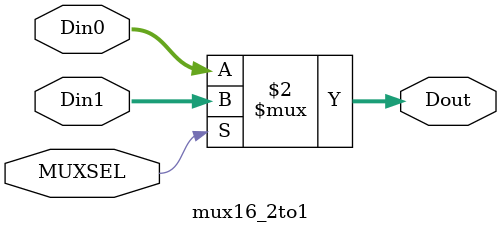
<source format=v>
module mux16_2to1
(
	//input
	MUXSEL,
	Din0,
	Din1,
	//output
	Dout
);

input MUXSEL;
input [15:0] Din0;
input [15:0] Din1;
output [15:0] Dout;
   
assign Dout = (MUXSEL == 1'b0) ? Din0 : Din1;

endmodule


</source>
